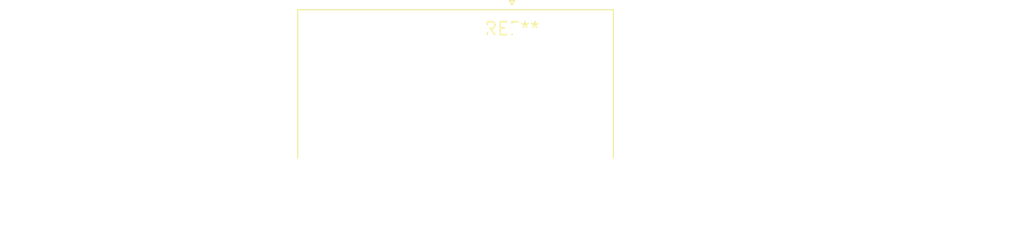
<source format=kicad_pcb>
(kicad_pcb (version 20240108) (generator pcbnew)
  (layers (0 "F.Cu" signal) (31 "B.Cu" signal) (34 "B.Paste" user) (35 "F.Paste" user) (36 "B.SilkS" user "B.Silkscreen") (37 "F.SilkS" user "F.Silkscreen") (38 "B.Mask" user) (39 "F.Mask" user) (44 "Edge.Cuts" user))
  (net 0 "")
  (footprint "DSUB-9_Female_Horizontal_P2.77x2.84mm_EdgePinOffset9.90mm_Housed_MountingHolesOffset11.32mm" (layer "F.Cu") (at 0 0)
    (property "Reference" "REF**")
    (property "Value" "DSUB-9_Female_Horizontal_P2.77x2.84mm_EdgePinOffset9.90mm_Housed_MountingHolesOffset11.32mm")
    (fp_line (start -21.025 -1.86) (end 9.945 -1.86) (layer "F.SilkS") (stroke (width 0.12)))
    (fp_line (start -21.025 12.68) (end -21.025 -1.86) (layer "F.SilkS") (stroke (width 0.12)))
    (fp_line (start -0.25 -2.754338) (end 0.25 -2.754338) (layer "F.SilkS") (stroke (width 0.12)))
    (fp_line (start 0 -2.321325) (end -0.25 -2.754338) (layer "F.SilkS") (stroke (width 0.12)))
    (fp_line (start 0.25 -2.754338) (end 0 -2.321325) (layer "F.SilkS") (stroke (width 0.12)))
    (fp_line (start 9.945 -1.86) (end 9.945 12.68) (layer "F.SilkS") (stroke (width 0.12)))
    (pad "0" thru_hole circle (at -18.04 1.42) (size 4 4) (drill 3.2) (layers *.Cu *.Mask) (remove_unused_layers))
    (pad "0" thru_hole circle (at 6.96 1.42) (size 4 4) (drill 3.2) (layers *.Cu *.Mask) (remove_unused_layers))
    (pad "1" thru_hole rect (at 0 0) (size 1.6 1.6) (drill 1) (layers *.Cu *.Mask) (remove_unused_layers))
    (pad "2" thru_hole circle (at -2.77 0) (size 1.6 1.6) (drill 1) (layers *.Cu *.Mask) (remove_unused_layers))
    (pad "3" thru_hole circle (at -5.54 0) (size 1.6 1.6) (drill 1) (layers *.Cu *.Mask) (remove_unused_layers))
    (pad "4" thru_hole circle (at -8.31 0) (size 1.6 1.6) (drill 1) (layers *.Cu *.Mask) (remove_unused_layers))
    (pad "5" thru_hole circle (at -11.08 0) (size 1.6 1.6) (drill 1) (layers *.Cu *.Mask) (remove_unused_layers))
    (pad "6" thru_hole circle (at -1.385 2.84) (size 1.6 1.6) (drill 1) (layers *.Cu *.Mask) (remove_unused_layers))
    (pad "7" thru_hole circle (at -4.155 2.84) (size 1.6 1.6) (drill 1) (layers *.Cu *.Mask) (remove_unused_layers))
    (pad "8" thru_hole circle (at -6.925 2.84) (size 1.6 1.6) (drill 1) (layers *.Cu *.Mask) (remove_unused_layers))
    (pad "9" thru_hole circle (at -9.695 2.84) (size 1.6 1.6) (drill 1) (layers *.Cu *.Mask) (remove_unused_layers))
  )
)
</source>
